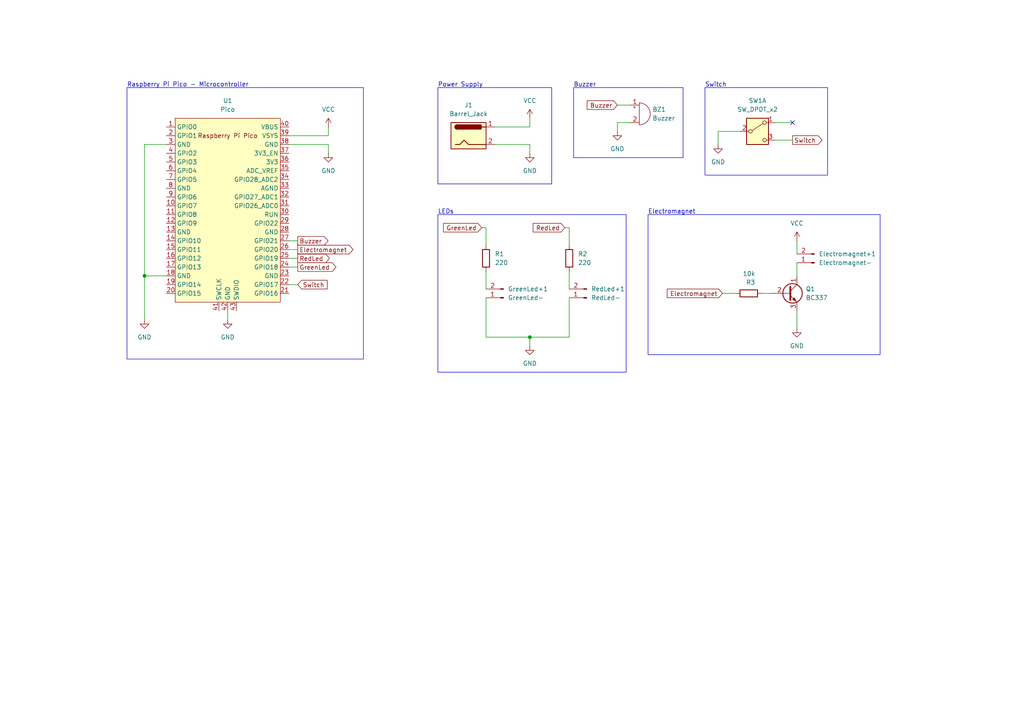
<source format=kicad_sch>
(kicad_sch (version 20230121) (generator eeschema)
  (paper "A4")
  (title_block (title "SweetSafe") (date "2024-03-30") (rev "1") (company "Eduardo Barreto"))
  (lib_symbols
    (symbol "Connector:Barrel_Jack" (pin_names (offset 1.016))
      (property "Reference" "J" (at 0 5.334 0))
      (property "Value" "Barrel_Jack" (at 0 -5.08 0))
      (symbol "Barrel_Jack_0_1"
        (rectangle (start -5.08 3.81) (end 5.08 -3.81) (stroke (width 0.254)) (fill (type background)))
        (arc (start -3.302 3.175) (mid -3.9343 2.54) (end -3.302 1.905) (stroke (width 0.254)))
        (arc (start -3.302 3.175) (mid -3.9343 2.54) (end -3.302 1.905) (stroke (width 0.254)) (fill (type outline)))
        (polyline (pts (xy 5.08 2.54) (xy 3.81 2.54)) (stroke (width 0.254)))
        (polyline (pts (xy -3.81 -2.54) (xy -2.54 -2.54) (xy -1.27 -1.27) (xy 0 -2.54) (xy 2.54 -2.54) (xy 5.08 -2.54)) (stroke (width 0.254)))
        (rectangle (start 3.683 3.175) (end -3.302 1.905) (stroke (width 0.254)) (fill (type outline)))
      )
      (symbol "Barrel_Jack_1_1"
        (pin passive line (at 7.62 2.54 180) (length 2.54) (name "~") (number "1"))
        (pin passive line (at 7.62 -2.54 180) (length 2.54) (name "~") (number "2"))
      )
    )
    (symbol "Connector:Conn_01x02_Pin" (pin_names (offset 1.016) hide)
      (property "Reference" "J" (at 0 2.54 0))
      (property "Value" "Conn_01x02_Pin" (at 0 -5.08 0))
      (symbol "Conn_01x02_Pin_1_1"
        (polyline (pts (xy 1.27 -2.54) (xy 0.8636 -2.54)) (stroke (width 0.1524)))
        (polyline (pts (xy 1.27 0) (xy 0.8636 0)) (stroke (width 0.1524)))
        (rectangle (start 0.8636 -2.413) (end 0 -2.667) (stroke (width 0.1524)) (fill (type outline)))
        (rectangle (start 0.8636 0.127) (end 0 -0.127) (stroke (width 0.1524)) (fill (type outline)))
        (pin passive line (at 5.08 0 180) (length 3.81) (name "Pin_1") (number "1"))
        (pin passive line (at 5.08 -2.54 180) (length 3.81) (name "Pin_2") (number "2"))
      )
    )
    (symbol "Device:Buzzer" (pin_names (offset 0.0254) hide)
      (property "Reference" "BZ" (at 3.81 1.27 0))
      (property "Value" "Buzzer" (at 3.81 -1.27 0))
      (symbol "Buzzer_0_1"
        (arc (start 0 -3.175) (mid 3.1612 0) (end 0 3.175))
        (polyline (pts (xy -1.651 1.905) (xy -1.143 1.905)))
        (polyline (pts (xy -1.397 2.159) (xy -1.397 1.651)))
        (polyline (pts (xy 0 3.175) (xy 0 -3.175)))
      )
      (symbol "Buzzer_1_1"
        (pin passive line (at -2.54 2.54 0) (length 2.54) (name "+") (number "1"))
        (pin passive line (at -2.54 -2.54 0) (length 2.54) (name "-") (number "2"))
      )
    )
    (symbol "Device:R" (pin_numbers hide) (pin_names (offset 0))
      (property "Reference" "R" (at 2.032 0 90))
      (property "Value" "R" (at 0 0 90))
      (symbol "R_0_1"
        (rectangle (start -1.016 -2.54) (end 1.016 2.54) (stroke (width 0.254)))
      )
      (symbol "R_1_1"
        (pin passive line (at 0 3.81 270) (length 1.27) (name "~") (number "1"))
        (pin passive line (at 0 -3.81 90) (length 1.27) (name "~") (number "2"))
      )
    )
    (symbol "MCU_RaspberryPi_and_Boards:Pico"
      (property "Reference" "U" (at -13.97 27.94 0))
      (property "Value" "Pico" (at 0 19.05 0))
      (symbol "Pico_0_0"
        (text "Raspberry Pi Pico" (at 0 21.59 0) (effects (font (size 1.27 1.27))))
      )
      (symbol "Pico_0_1"
        (rectangle (start -15.24 26.67) (end 15.24 -26.67) (fill (type background)))
      )
      (symbol "Pico_1_1"
        (pin bidirectional line (at -17.78 24.13 0) (length 2.54) (name "GPIO0") (number "1"))
        (pin bidirectional line (at -17.78 1.27 0) (length 2.54) (name "GPIO7") (number "10"))
        (pin bidirectional line (at -17.78 -1.27 0) (length 2.54) (name "GPIO8") (number "11"))
        (pin bidirectional line (at -17.78 -3.81 0) (length 2.54) (name "GPIO9") (number "12"))
        (pin power_in line (at -17.78 -6.35 0) (length 2.54) (name "GND") (number "13"))
        (pin bidirectional line (at -17.78 -8.89 0) (length 2.54) (name "GPIO10") (number "14"))
        (pin bidirectional line (at -17.78 -11.43 0) (length 2.54) (name "GPIO11") (number "15"))
        (pin bidirectional line (at -17.78 -13.97 0) (length 2.54) (name "GPIO12") (number "16"))
        (pin bidirectional line (at -17.78 -16.51 0) (length 2.54) (name "GPIO13") (number "17"))
        (pin power_in line (at -17.78 -19.05 0) (length 2.54) (name "GND") (number "18"))
        (pin bidirectional line (at -17.78 -21.59 0) (length 2.54) (name "GPIO14") (number "19"))
        (pin bidirectional line (at -17.78 21.59 0) (length 2.54) (name "GPIO1") (number "2"))
        (pin bidirectional line (at -17.78 -24.13 0) (length 2.54) (name "GPIO15") (number "20"))
        (pin bidirectional line (at 17.78 -24.13 180) (length 2.54) (name "GPIO16") (number "21"))
        (pin bidirectional line (at 17.78 -21.59 180) (length 2.54) (name "GPIO17") (number "22"))
        (pin power_in line (at 17.78 -19.05 180) (length 2.54) (name "GND") (number "23"))
        (pin bidirectional line (at 17.78 -16.51 180) (length 2.54) (name "GPIO18") (number "24"))
        (pin bidirectional line (at 17.78 -13.97 180) (length 2.54) (name "GPIO19") (number "25"))
        (pin bidirectional line (at 17.78 -11.43 180) (length 2.54) (name "GPIO20") (number "26"))
        (pin bidirectional line (at 17.78 -8.89 180) (length 2.54) (name "GPIO21") (number "27"))
        (pin power_in line (at 17.78 -6.35 180) (length 2.54) (name "GND") (number "28"))
        (pin bidirectional line (at 17.78 -3.81 180) (length 2.54) (name "GPIO22") (number "29"))
        (pin power_in line (at -17.78 19.05 0) (length 2.54) (name "GND") (number "3"))
        (pin input line (at 17.78 -1.27 180) (length 2.54) (name "RUN") (number "30"))
        (pin bidirectional line (at 17.78 1.27 180) (length 2.54) (name "GPIO26_ADC0") (number "31"))
        (pin bidirectional line (at 17.78 3.81 180) (length 2.54) (name "GPIO27_ADC1") (number "32"))
        (pin power_in line (at 17.78 6.35 180) (length 2.54) (name "AGND") (number "33"))
        (pin bidirectional line (at 17.78 8.89 180) (length 2.54) (name "GPIO28_ADC2") (number "34"))
        (pin power_in line (at 17.78 11.43 180) (length 2.54) (name "ADC_VREF") (number "35"))
        (pin power_in line (at 17.78 13.97 180) (length 2.54) (name "3V3") (number "36"))
        (pin input line (at 17.78 16.51 180) (length 2.54) (name "3V3_EN") (number "37"))
        (pin bidirectional line (at 17.78 19.05 180) (length 2.54) (name "GND") (number "38"))
        (pin power_in line (at 17.78 21.59 180) (length 2.54) (name "VSYS") (number "39"))
        (pin bidirectional line (at -17.78 16.51 0) (length 2.54) (name "GPIO2") (number "4"))
        (pin power_in line (at 17.78 24.13 180) (length 2.54) (name "VBUS") (number "40"))
        (pin input line (at -2.54 -29.21 90) (length 2.54) (name "SWCLK") (number "41"))
        (pin power_in line (at 0 -29.21 90) (length 2.54) (name "GND") (number "42"))
        (pin bidirectional line (at 2.54 -29.21 90) (length 2.54) (name "SWDIO") (number "43"))
        (pin bidirectional line (at -17.78 13.97 0) (length 2.54) (name "GPIO3") (number "5"))
        (pin bidirectional line (at -17.78 11.43 0) (length 2.54) (name "GPIO4") (number "6"))
        (pin bidirectional line (at -17.78 8.89 0) (length 2.54) (name "GPIO5") (number "7"))
        (pin power_in line (at -17.78 6.35 0) (length 2.54) (name "GND") (number "8"))
        (pin bidirectional line (at -17.78 3.81 0) (length 2.54) (name "GPIO6") (number "9"))
      )
    )
    (symbol "Switch:SW_DPDT_x2" (pin_names (offset 0) hide)
      (property "Reference" "SW" (at 0 5.08 0))
      (property "Value" "SW_DPDT_x2" (at 0 -5.08 0))
      (symbol "SW_DPDT_x2_0_0"
        (circle (center -2.032 0) (radius 0.508))
        (circle (center 2.032 -2.54) (radius 0.508))
      )
      (symbol "SW_DPDT_x2_0_1"
        (rectangle (start -3.175 3.81) (end 3.175 -3.81) (stroke (width 0.254)) (fill (type background)))
        (polyline (pts (xy -1.524 0.254) (xy 1.5748 2.286)))
        (circle (center 2.032 2.54) (radius 0.508))
      )
      (symbol "SW_DPDT_x2_1_1"
        (pin passive line (at 5.08 2.54 180) (length 2.54) (name "A") (number "1"))
        (pin passive line (at -5.08 0 0) (length 2.54) (name "B") (number "2"))
        (pin passive line (at 5.08 -2.54 180) (length 2.54) (name "C") (number "3"))
      )
      (symbol "SW_DPDT_x2_2_1"
        (pin passive line (at 5.08 2.54 180) (length 2.54) (name "A") (number "4"))
        (pin passive line (at -5.08 0 0) (length 2.54) (name "B") (number "5"))
        (pin passive line (at 5.08 -2.54 180) (length 2.54) (name "C") (number "6"))
      )
    )
    (symbol "Transistor_BJT:BC337" (pin_names (offset 0) hide)
      (property "Reference" "Q" (at 5.08 1.905 0))
      (property "Value" "BC337" (at 5.08 0 0))
      (symbol "BC337_0_1"
        (polyline (pts (xy 0 0) (xy 0.635 0)))
        (polyline (pts (xy 0.635 0.635) (xy 2.54 2.54)))
        (polyline (pts (xy 0.635 -0.635) (xy 2.54 -2.54) (xy 2.54 -2.54)))
        (polyline (pts (xy 0.635 1.905) (xy 0.635 -1.905) (xy 0.635 -1.905)) (stroke (width 0.508)))
        (polyline (pts (xy 1.27 -1.778) (xy 1.778 -1.27) (xy 2.286 -2.286) (xy 1.27 -1.778) (xy 1.27 -1.778)) (fill (type outline)))
        (circle (center 1.27 0) (radius 2.8194) (stroke (width 0.254)))
      )
      (symbol "BC337_1_1"
        (pin passive line (at 2.54 5.08 270) (length 2.54) (name "C") (number "1"))
        (pin input line (at -5.08 0 0) (length 5.08) (name "B") (number "2"))
        (pin passive line (at 2.54 -5.08 90) (length 2.54) (name "E") (number "3"))
      )
    )
    (symbol "power:GND" (power) (pin_names (offset 0))
      (property "Value" "GND" (at 0 -3.81 0))
      (symbol "GND_0_1"
        (polyline (pts (xy 0 0) (xy 0 -1.27) (xy 1.27 -1.27) (xy 0 -2.54) (xy -1.27 -1.27) (xy 0 -1.27)))
      )
      (symbol "GND_1_1"
        (pin power_in line (at 0 0 270) (length 0) hide (name "GND") (number "1"))
      )
    )
    (symbol "power:VCC" (power) (pin_names (offset 0))
      (property "Value" "VCC" (at 0 3.81 0))
      (symbol "VCC_0_1"
        (polyline (pts (xy -0.762 1.27) (xy 0 2.54)))
        (polyline (pts (xy 0 0) (xy 0 2.54)))
        (polyline (pts (xy 0 2.54) (xy 0.762 1.27)))
      )
      (symbol "VCC_1_1"
        (pin power_in line (at 0 0 90) (length 0) hide (name "VCC") (number "1"))
      )
    )
  )
  (junction (at 153.67 97.79))
  (junction (at 41.91 80.01))
  (no_connect (at 229.87 35.56))
  (wire (pts (xy 143.51 36.83) (xy 153.67 36.83)))
  (wire (pts (xy 83.82 74.93) (xy 86.36 74.93)))
  (wire (pts (xy 140.97 78.74) (xy 140.97 83.82)))
  (wire (pts (xy 153.67 97.79) (xy 153.67 100.33)))
  (wire (pts (xy 140.97 71.12) (xy 140.97 66.04)))
  (wire (pts (xy 140.97 66.04) (xy 139.7 66.04)))
  (wire (pts (xy 83.82 39.37) (xy 95.25 39.37)))
  (wire (pts (xy 41.91 80.01) (xy 41.91 92.71)))
  (wire (pts (xy 220.98 85.09) (xy 223.52 85.09)))
  (wire (pts (xy 231.14 76.2) (xy 231.14 80.01)))
  (wire (pts (xy 208.28 38.1) (xy 214.63 38.1)))
  (wire (pts (xy 48.26 41.91) (xy 41.91 41.91)))
  (wire (pts (xy 165.1 97.79) (xy 153.67 97.79)))
  (wire (pts (xy 153.67 41.91) (xy 143.51 41.91)))
  (wire (pts (xy 83.82 82.55) (xy 86.36 82.55)))
  (wire (pts (xy 41.91 80.01) (xy 48.26 80.01)))
  (wire (pts (xy 95.25 44.45) (xy 95.25 41.91)))
  (wire (pts (xy 140.97 86.36) (xy 140.97 97.79)))
  (wire (pts (xy 165.1 78.74) (xy 165.1 83.82)))
  (wire (pts (xy 224.79 40.64) (xy 229.87 40.64)))
  (wire (pts (xy 66.04 90.17) (xy 66.04 92.71)))
  (wire (pts (xy 179.07 30.48) (xy 182.88 30.48)))
  (wire (pts (xy 153.67 36.83) (xy 153.67 34.29)))
  (wire (pts (xy 153.67 44.45) (xy 153.67 41.91)))
  (wire (pts (xy 208.28 41.91) (xy 208.28 38.1)))
  (wire (pts (xy 83.82 77.47) (xy 86.36 77.47)))
  (wire (pts (xy 140.97 97.79) (xy 153.67 97.79)))
  (wire (pts (xy 179.07 35.56) (xy 179.07 38.1)))
  (wire (pts (xy 231.14 90.17) (xy 231.14 95.25)))
  (wire (pts (xy 231.14 69.85) (xy 231.14 73.66)))
  (wire (pts (xy 209.55 85.09) (xy 213.36 85.09)))
  (wire (pts (xy 83.82 69.85) (xy 86.36 69.85)))
  (wire (pts (xy 165.1 66.04) (xy 165.1 71.12)))
  (wire (pts (xy 165.1 86.36) (xy 165.1 97.79)))
  (wire (pts (xy 41.91 41.91) (xy 41.91 80.01)))
  (wire (pts (xy 95.25 41.91) (xy 83.82 41.91)))
  (wire (pts (xy 95.25 39.37) (xy 95.25 36.83)))
  (wire (pts (xy 83.82 72.39) (xy 86.36 72.39)))
  (wire (pts (xy 182.88 35.56) (xy 179.07 35.56)))
  (wire (pts (xy 229.87 35.56) (xy 224.79 35.56)))
  (wire (pts (xy 163.83 66.04) (xy 165.1 66.04)))
  (rectangle (start 187.96 62.23) (end 255.27 102.87))
  (rectangle (start 204.47 25.4) (end 240.03 50.8))
  (rectangle (start 127 25.4) (end 160.02 53.34))
  (rectangle (start 127 62.23) (end 181.61 107.95))
  (rectangle (start 36.83 25.4) (end 105.41 104.14))
  (rectangle (start 166.37 25.4) (end 198.12 45.72))
  (text "Power Supply" (at 127 25.4 0) (effects (font (size 1.27 1.27)) (justify left bottom)))
  (text "LEDs" (at 127 62.23 0) (effects (font (size 1.27 1.27)) (justify left bottom)))
  (text "Buzzer" (at 166.37 25.4 0) (effects (font (size 1.27 1.27)) (justify left bottom)))
  (text "Raspberry Pi Pico - Microcontroller" (at 36.83 25.4 0) (effects (font (size 1.27 1.27)) (justify left bottom)))
  (text "Electromagnet" (at 187.96 62.23 0) (effects (font (size 1.27 1.27)) (justify left bottom)))
  (text "Switch" (at 204.47 25.4 0) (effects (font (size 1.27 1.27)) (justify left bottom)))
  (global_label "RedLed" (shape output) (at 86.36 74.93 0) (property "Intersheetrefs" "${INTERSHEET_REFS}" (effects hide)))
  (global_label "Switch" (shape output) (at 229.87 40.64 0) (property "Intersheetrefs" "${INTERSHEET_REFS}" (effects hide)))
  (global_label "Electromagnet" (shape input) (at 209.55 85.09 180) (property "Intersheetrefs" "${INTERSHEET_REFS}" (effects hide)))
  (global_label "RedLed" (shape input) (at 163.83 66.04 180) (property "Intersheetrefs" "${INTERSHEET_REFS}" (effects hide)))
  (global_label "GreenLed" (shape input) (at 139.7 66.04 180) (property "Intersheetrefs" "${INTERSHEET_REFS}" (effects hide)))
  (global_label "Electromagnet" (shape output) (at 86.36 72.39 0) (property "Intersheetrefs" "${INTERSHEET_REFS}" (effects hide)))
  (global_label "Switch" (shape input) (at 86.36 82.55 0) (property "Intersheetrefs" "${INTERSHEET_REFS}" (effects hide)))
  (global_label "Buzzer" (shape output) (at 86.36 69.85 0) (property "Intersheetrefs" "${INTERSHEET_REFS}" (effects hide)))
  (global_label "Buzzer" (shape input) (at 179.07 30.48 180) (property "Intersheetrefs" "${INTERSHEET_REFS}" (effects hide)))
  (global_label "GreenLed" (shape output) (at 86.36 77.47 0) (property "Intersheetrefs" "${INTERSHEET_REFS}" (effects hide)))
  (symbol (lib_id "Device:Buzzer") (at 185.42 33.02 0) (unit 1)
    (property "Reference" "BZ1" (at 189.23 31.75 0) (effects (justify left)))
    (property "Value" "Buzzer" (at 189.23 34.29 0) (effects (justify left)))
    (property "Footprint" "Buzzer_Beeper:Buzzer_15x7.5RM7.6" (effects hide))
  )
  (symbol (lib_id "power:GND") (at 153.67 44.45 0) (unit 1)
    (property "Reference" "#PWR07" (effects hide))
    (property "Value" "GND" (at 153.67 49.53 0))
  )
  (symbol (lib_id "Connector:Conn_01x02_Pin") (at 236.22 76.2 180) (unit 1)
    (property "Reference" "Electromagnet+1" (at 237.49 73.66 0) (effects (justify right)))
    (property "Value" "Electromagnet-" (at 237.49 76.2 0) (effects (justify right)))
    (property "Footprint" "Connector_PinSocket_2.54mm:PinSocket_1x02_P2.54mm_Horizontal" (effects hide))
  )
  (symbol (lib_id "power:VCC") (at 153.67 34.29 0) (unit 1)
    (property "Reference" "#PWR06" (effects hide))
    (property "Value" "VCC" (at 153.67 29.21 0))
  )
  (symbol (lib_id "power:GND") (at 95.25 44.45 0) (unit 1)
    (property "Reference" "#PWR04" (effects hide))
    (property "Value" "GND" (at 95.25 49.53 0))
  )
  (symbol (lib_id "power:GND") (at 179.07 38.1 0) (unit 1)
    (property "Reference" "#PWR05" (effects hide))
    (property "Value" "GND" (at 179.07 43.18 0))
  )
  (symbol (lib_id "Switch:SW_DPDT_x2") (at 219.71 38.1 0) (unit 1)
    (property "Reference" "SW1" (at 219.71 29.21 0))
    (property "Value" "SW_DPDT_x2" (at 219.71 31.75 0))
    (property "Footprint" "MS0850502F030P1A:SW_MS0850502F030P1A" (effects hide))
  )
  (symbol (lib_id "power:GND") (at 41.91 92.71 0) (unit 1)
    (property "Reference" "#PWR01" (effects hide))
    (property "Value" "GND" (at 41.91 97.79 0))
  )
  (symbol (lib_id "power:VCC") (at 95.25 36.83 0) (unit 1)
    (property "Reference" "#PWR03" (effects hide))
    (property "Value" "VCC" (at 95.25 31.75 0))
  )
  (symbol (lib_id "power:VCC") (at 231.14 69.85 0) (unit 1)
    (property "Reference" "#PWR010" (effects hide))
    (property "Value" "VCC" (at 231.14 64.77 0))
  )
  (symbol (lib_id "Device:R") (at 217.17 85.09 90) (unit 1)
    (property "Reference" "R3" (at 219.075 81.915 90) (effects (justify left)))
    (property "Value" "10k" (at 219.075 79.375 90) (effects (justify left)))
    (property "Footprint" "Resistor_THT:R_Axial_DIN0414_L11.9mm_D4.5mm_P15.24mm_Horizontal" (effects hide))
  )
  (symbol (lib_id "Transistor_BJT:BC337") (at 228.6 85.09 0) (unit 1)
    (property "Reference" "Q1" (at 233.68 83.82 0) (effects (justify left)))
    (property "Value" "BC337" (at 233.68 86.36 0) (effects (justify left)))
    (property "Footprint" "Package_TO_SOT_THT:TO-92_Inline_Wide" (effects hide))
    (property "Datasheet" "https://diotec.com/tl_files/diotec/files/pdf/datasheets/bc337.pdf" (effects hide))
  )
  (symbol (lib_id "Device:R") (at 165.1 74.93 0) (unit 1)
    (property "Reference" "R2" (at 167.64 73.66 0) (effects (justify left)))
    (property "Value" "220" (at 167.64 76.2 0) (effects (justify left)))
    (property "Footprint" "Resistor_THT:R_Axial_DIN0414_L11.9mm_D4.5mm_P15.24mm_Horizontal" (effects hide))
  )
  (symbol (lib_id "power:GND") (at 153.67 100.33 0) (unit 1)
    (property "Reference" "#PWR08" (effects hide))
    (property "Value" "GND" (at 153.67 105.41 0))
  )
  (symbol (lib_id "Device:R") (at 140.97 74.93 0) (unit 1)
    (property "Reference" "R1" (at 143.51 73.66 0) (effects (justify left)))
    (property "Value" "220" (at 143.51 76.2 0) (effects (justify left)))
    (property "Footprint" "Resistor_THT:R_Axial_DIN0414_L11.9mm_D4.5mm_P15.24mm_Horizontal" (effects hide))
  )
  (symbol (lib_id "MCU_RaspberryPi_and_Boards:Pico") (at 66.04 60.96 0) (unit 1)
    (property "Reference" "U1" (at 66.04 29.21 0))
    (property "Value" "Pico" (at 66.04 31.75 0))
    (property "Footprint" "MCU_RaspberryPi_and_Boards:RPi_Pico_SMD_TH" (effects hide))
  )
  (symbol (lib_id "Connector:Conn_01x02_Pin") (at 170.18 86.36 180) (unit 1)
    (property "Reference" "RedLed+1" (at 171.45 83.82 0) (effects (justify right)))
    (property "Value" "RedLed-" (at 171.45 86.36 0) (effects (justify right)))
    (property "Footprint" "Connector_PinSocket_2.54mm:PinSocket_1x02_P2.54mm_Horizontal" (effects hide))
  )
  (symbol (lib_id "Connector:Conn_01x02_Pin") (at 146.05 86.36 180) (unit 1)
    (property "Reference" "GreenLed+1" (at 147.32 83.82 0) (effects (justify right)))
    (property "Value" "GreenLed-" (at 147.32 86.36 0) (effects (justify right)))
    (property "Footprint" "Connector_PinSocket_2.54mm:PinSocket_1x02_P2.54mm_Horizontal" (effects hide))
  )
  (symbol (lib_id "power:GND") (at 231.14 95.25 0) (unit 1)
    (property "Reference" "#PWR011" (effects hide))
    (property "Value" "GND" (at 231.14 100.33 0))
  )
  (symbol (lib_id "power:GND") (at 66.04 92.71 0) (unit 1)
    (property "Reference" "#PWR02" (effects hide))
    (property "Value" "GND" (at 66.04 97.79 0))
  )
  (symbol (lib_id "power:GND") (at 208.28 41.91 0) (unit 1)
    (property "Reference" "#PWR09" (effects hide))
    (property "Value" "GND" (at 208.28 46.99 0))
  )
  (symbol (lib_id "Connector:Barrel_Jack") (at 135.89 39.37 0) (unit 1)
    (property "Reference" "J1" (at 135.89 30.48 0))
    (property "Value" "Barrel_Jack" (at 135.89 33.02 0))
    (property "Footprint" "Connector_BarrelJack:BarrelJack_Horizontal" (effects hide))
  )
)
</source>
